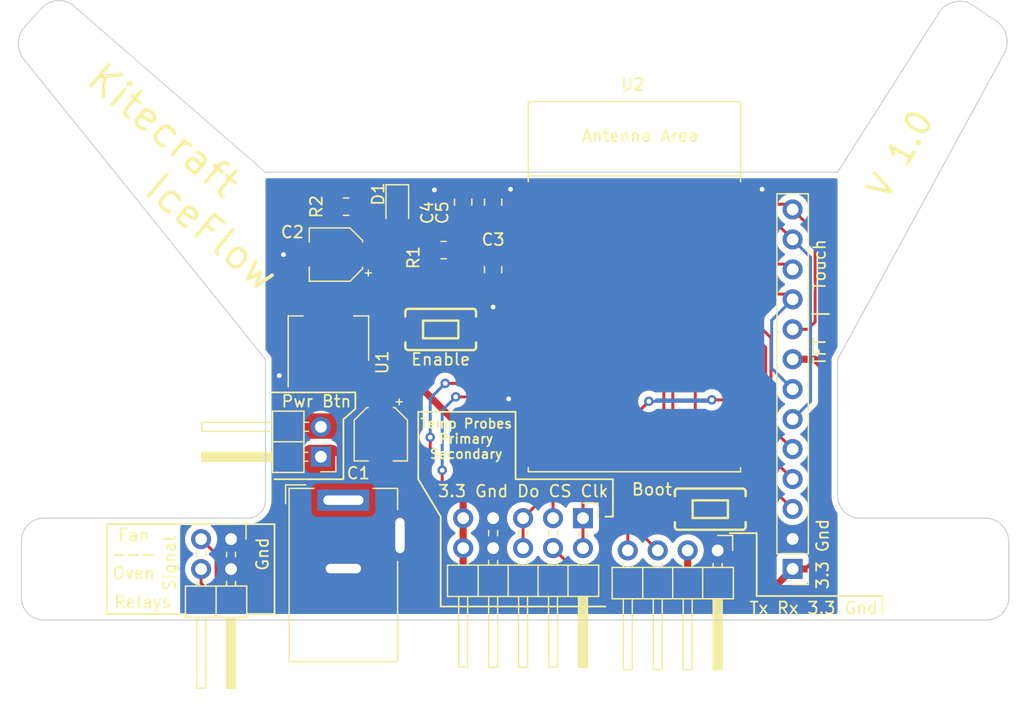
<source format=kicad_pcb>
(kicad_pcb (version 20211014) (generator pcbnew)
  (layers (0 "F.Cu" signal) (31 "B.Cu" signal) (34 "B.Paste" user) (35 "F.Paste" user) (36 "B.SilkS" user "B.Silkscreen") (37 "F.SilkS" user "F.Silkscreen") (38 "B.Mask" user) (39 "F.Mask" user) (44 "Edge.Cuts" user))
  (net 0 "")
  (net 1 "/Vin")
  (net 2 "GND")
  (net 3 "+3V3")
  (net 4 "/EN")
  (net 9 "/CS")
  (net 10 "/Rst")
  (net 11 "/D{slash}C")
  (net 12 "/MOSI")
  (net 13 "/SCK")
  (net 16 "/MISO")
  (net 25 "/TFT_CS")
  (net 26 "/SSR_O")
  (net 27 "/SSR_F")
  (net 30 "/DO")
  (net 31 "/TPA_CS")
  (net 32 "/CLK")
  (net 34 "/TPB_CS")
  (net 35 "/Boot")
  (net 36 "Net-(D1-Pad2)")
  (net 37 "Net-(J1-Pad1)")
  (net 38 "Net-(U2-Pad34)")
  (net 39 "Net-(U2-Pad35)")
  (footprint "Capacitor_SMD:CP_Elec_4x5.7" (layer "F.Cu") (at 95.885 114.3 -90)
    (fp_text reference "C1" (at 3.302 1.905 180) (layer "F.SilkS"))
    (fp_text value "10 µF - 25V")
    (pad "1" smd roundrect (at -1.8 0 270) (size 2.6 1.6) (layers "F.Cu" "F.Paste" "F.Mask") (roundrect_rratio 0.15625) (net 1 "/Vin"))
    (pad "2" smd roundrect (at 1.8 0 270) (size 2.6 1.6) (layers "F.Cu" "F.Paste" "F.Mask") (roundrect_rratio 0.15625) (net 2 "GND"))
  )
  (footprint "Capacitor_SMD:C_0805_2012Metric_Pad1.18x1.45mm_HandSolder" (layer "F.Cu") (at 105.41 94.615 -90)
    (fp_text reference "C5" (at 0.889 4.318 -90) (layer "F.SilkS"))
    (fp_text value "0.1 µF")
    (pad "1" smd roundrect (at -1.0375 0 270) (size 1.175 1.45) (layers "F.Cu" "F.Paste" "F.Mask") (roundrect_rratio 0.212766) (net 2 "GND"))
    (pad "2" smd roundrect (at 1.0375 0 270) (size 1.175 1.45) (layers "F.Cu" "F.Paste" "F.Mask") (roundrect_rratio 0.212766) (net 3 "+3V3"))
  )
  (footprint "Resistor_SMD:R_0805_2012Metric_Pad1.20x1.40mm_HandSolder" (layer "F.Cu") (at 101.219 98.679 180)
    (fp_text reference "R1" (at 2.5654 -0.635 90) (layer "F.SilkS"))
    (fp_text value "10K")
    (pad "1" smd roundrect (at -1 0 180) (size 1.2 1.4) (layers "F.Cu" "F.Paste" "F.Mask") (roundrect_rratio 0.208333) (net 4 "/EN"))
    (pad "2" smd roundrect (at 1 0 180) (size 1.2 1.4) (layers "F.Cu" "F.Paste" "F.Mask") (roundrect_rratio 0.208333) (net 3 "+3V3"))
  )
  (footprint "Connector_PinHeader_2.54mm:PinHeader_1x02_P2.54mm_Horizontal" (layer "F.Cu") (at 90.805 116.205 180)
    (fp_text reference "J8" hide)
    (fp_text value "Power_Sw")
    (pad "1" thru_hole rect (at 0 0 180) (size 1.7 1.7) (drill 1) (layers *.Cu *.Mask) (net 37 "Net-(J1-Pad1)"))
    (pad "2" thru_hole oval (at 0 2.54 180) (size 1.7 1.7) (drill 1) (layers *.Cu *.Mask) (net 1 "/Vin"))
  )
  (footprint "Capacitor_SMD:CP_Elec_4x5.7" (layer "F.Cu") (at 92.075 99.06 180)
    (fp_text reference "C2" (at 3.683 1.905) (layer "F.SilkS"))
    (fp_text value "10 µF - 25V")
    (pad "1" smd roundrect (at -1.8 0 180) (size 2.6 1.6) (layers "F.Cu" "F.Paste" "F.Mask") (roundrect_rratio 0.15625) (net 3 "+3V3"))
    (pad "2" smd roundrect (at 1.8 0 180) (size 2.6 1.6) (layers "F.Cu" "F.Paste" "F.Mask") (roundrect_rratio 0.15625) (net 2 "GND"))
  )
  (footprint "Kitecraft_Buttons:TACTILE_SWITCH_SMD_6.0X3.5MM" (layer "F.Cu") (at 100.965 105.41 180)
    (fp_text reference "S1" hide)
    (fp_text value "PTS636" hide)
    (pad "1" smd rect (at -3.6 0) (size 2.2 1.59766) (layers "F.Cu" "F.Paste" "F.Mask") (net 2 "GND"))
    (pad "2" smd rect (at 3.6 0) (size 2.2 1.59766) (layers "F.Cu" "F.Paste" "F.Mask") (net 4 "/EN"))
  )
  (footprint "MountingHole:MountingHole_3.2mm_M3_DIN965" (layer "F.Cu") (at 68.738 81.317)
    (fp_text reference "H1" hide)
    (fp_text value "MountingHole")
    (pad "" np_thru_hole circle (at 0 0) (size 3.2 3.2) (drill 3.2) (layers *.Cu *.Mask))
  )
  (footprint "Capacitor_SMD:C_0805_2012Metric_Pad1.18x1.45mm_HandSolder" (layer "F.Cu") (at 102.87 94.615 -90)
    (fp_text reference "C4" (at 0.889 3.048 -90) (layer "F.SilkS"))
    (fp_text value "22 µF")
    (pad "1" smd roundrect (at -1.0375 0 270) (size 1.175 1.45) (layers "F.Cu" "F.Paste" "F.Mask") (roundrect_rratio 0.212766) (net 2 "GND"))
    (pad "2" smd roundrect (at 1.0375 0 270) (size 1.175 1.45) (layers "F.Cu" "F.Paste" "F.Mask") (roundrect_rratio 0.212766) (net 3 "+3V3"))
  )
  (footprint "Kitecraft_Buttons:TACTILE_SWITCH_SMD_6.0X3.5MM" (layer "F.Cu") (at 123.825 120.65 180)
    (fp_text reference "S2" hide)
    (fp_text value "PTS636" hide)
    (pad "1" smd rect (at -3.6 0) (size 2.2 1.59766) (layers "F.Cu" "F.Paste" "F.Mask") (net 2 "GND"))
    (pad "2" smd rect (at 3.6 0) (size 2.2 1.59766) (layers "F.Cu" "F.Paste" "F.Mask") (net 35 "/Boot"))
  )
  (footprint "Connector_PinHeader_2.54mm:PinHeader_2x05_P2.54mm_Horizontal" (layer "F.Cu") (at 113.03 121.412 -90)
    (fp_text reference "J6" hide)
    (fp_text value "Conn_02x05_Odd_Even")
    (pad "1" thru_hole rect (at 0 0 270) (size 1.7 1.7) (drill 1) (layers *.Cu *.Mask) (net 32 "/CLK"))
    (pad "2" thru_hole oval (at 2.54 0 270) (size 1.7 1.7) (drill 1) (layers *.Cu *.Mask) (net 32 "/CLK"))
    (pad "3" thru_hole oval (at 0 2.54 270) (size 1.7 1.7) (drill 1) (layers *.Cu *.Mask) (net 34 "/TPB_CS"))
    (pad "4" thru_hole oval (at 2.54 2.54 270) (size 1.7 1.7) (drill 1) (layers *.Cu *.Mask) (net 31 "/TPA_CS"))
    (pad "5" thru_hole oval (at 0 5.08 270) (size 1.7 1.7) (drill 1) (layers *.Cu *.Mask) (net 30 "/DO"))
    (pad "6" thru_hole oval (at 2.54 5.08 270) (size 1.7 1.7) (drill 1) (layers *.Cu *.Mask) (net 30 "/DO"))
    (pad "7" thru_hole oval (at 0 7.62 270) (size 1.7 1.7) (drill 1) (layers *.Cu *.Mask) (net 2 "GND"))
    (pad "8" thru_hole oval (at 2.54 7.62 270) (size 1.7 1.7) (drill 1) (layers *.Cu *.Mask) (net 2 "GND"))
    (pad "9" thru_hole oval (at 0 10.16 270) (size 1.7 1.7) (drill 1) (layers *.Cu *.Mask) (net 3 "+3V3"))
    (pad "10" thru_hole oval (at 2.54 10.16 270) (size 1.7 1.7) (drill 1) (layers *.Cu *.Mask) (net 3 "+3V3"))
  )
  (footprint "MountingHole:MountingHole_3.2mm_M3_DIN965" (layer "F.Cu") (at 68.738 124.714)
    (fp_text reference "H2" hide)
    (fp_text value "MountingHole")
    (pad "" np_thru_hole circle (at 0 0) (size 3.2 3.2) (drill 3.2) (layers *.Cu *.Mask))
  )
  (footprint "Capacitor_SMD:C_0805_2012Metric_Pad1.18x1.45mm_HandSolder" (layer "F.Cu") (at 105.41 100.33 90)
    (fp_text reference "C3" (at 2.54 0 180) (layer "F.SilkS"))
    (fp_text value "1 µF")
    (pad "1" smd roundrect (at -1.0375 0 90) (size 1.175 1.45) (layers "F.Cu" "F.Paste" "F.Mask") (roundrect_rratio 0.212766) (net 2 "GND"))
    (pad "2" smd roundrect (at 1.0375 0 90) (size 1.175 1.45) (layers "F.Cu" "F.Paste" "F.Mask") (roundrect_rratio 0.212766) (net 4 "/EN"))
  )
  (footprint "Resistor_SMD:R_0805_2012Metric_Pad1.20x1.40mm_HandSolder" (layer "F.Cu") (at 92.948 94.996)
    (fp_text reference "R2" (at -2.524 0 90) (layer "F.SilkS"))
    (fp_text value "64.9R")
    (pad "1" smd roundrect (at -1 0) (size 1.2 1.4) (layers "F.Cu" "F.Paste" "F.Mask") (roundrect_rratio 0.208333) (net 3 "+3V3"))
    (pad "2" smd roundrect (at 1 0) (size 1.2 1.4) (layers "F.Cu" "F.Paste" "F.Mask") (roundrect_rratio 0.208333) (net 36 "Net-(D1-Pad2)"))
  )
  (footprint "MountingHole:MountingHole_3.2mm_M3_DIN965" (layer "F.Cu") (at 145.288 124.714)
    (fp_text reference "H4" hide)
    (fp_text value "MountingHole")
    (pad "" np_thru_hole circle (at 0 0) (size 3.2 3.2) (drill 3.2) (layers *.Cu *.Mask))
  )
  (footprint "Connector_PinHeader_2.54mm:PinHeader_1x04_P2.54mm_Horizontal" (layer "F.Cu") (at 124.45 124.149 -90)
    (fp_text reference "J2" hide)
    (fp_text value "Conn_01x04")
    (pad "1" thru_hole rect (at 0 0 270) (size 1.7 1.7) (drill 1) (layers *.Cu *.Mask) (net 2 "GND"))
    (pad "2" thru_hole oval (at 0 2.54 270) (size 1.7 1.7) (drill 1) (layers *.Cu *.Mask) (net 3 "+3V3"))
    (pad "3" thru_hole oval (at 0 5.08 270) (size 1.7 1.7) (drill 1) (layers *.Cu *.Mask) (net 38 "Net-(U2-Pad34)"))
    (pad "4" thru_hole oval (at 0 7.62 270) (size 1.7 1.7) (drill 1) (layers *.Cu *.Mask) (net 39 "Net-(U2-Pad35)"))
  )
  (footprint "Package_TO_SOT_SMD:SOT-223-3_TabPin2" (layer "F.Cu") (at 91.44 106.172 90)
    (fp_text reference "U1" (at -2.032 4.572 90) (layer "F.SilkS"))
    (fp_text value "NCP1117-3.3_SOT223")
    (pad "1" smd rect (at -3.15 -2.3 90) (size 2 1.5) (layers "F.Cu" "F.Paste" "F.Mask") (net 2 "GND"))
    (pad "2" smd rect (at 3.15 0 90) (size 2 3.8) (layers "F.Cu" "F.Paste" "F.Mask") (net 3 "+3V3"))
    (pad "2" smd rect (at -3.15 0 90) (size 2 1.5) (layers "F.Cu" "F.Paste" "F.Mask") (net 3 "+3V3"))
    (pad "3" smd rect (at -3.15 2.3 90) (size 2 1.5) (layers "F.Cu" "F.Paste" "F.Mask") (net 1 "/Vin"))
  )
  (footprint "Connector_PinHeader_2.54mm:PinHeader_2x02_P2.54mm_Horizontal" (layer "F.Cu") (at 83.185 123.19 -90)
    (fp_text reference "J4" hide)
    (fp_text value "Conn_02x02_Odd_Even")
    (pad "1" thru_hole rect (at 0 0 270) (size 1.7 1.7) (drill 1) (layers *.Cu *.Mask) (net 2 "GND"))
    (pad "2" thru_hole oval (at 2.54 0 270) (size 1.7 1.7) (drill 1) (layers *.Cu *.Mask) (net 2 "GND"))
    (pad "3" thru_hole oval (at 0 2.54 270) (size 1.7 1.7) (drill 1) (layers *.Cu *.Mask) (net 27 "/SSR_F"))
    (pad "4" thru_hole oval (at 2.54 2.54 270) (size 1.7 1.7) (drill 1) (layers *.Cu *.Mask) (net 26 "/SSR_O"))
  )
  (footprint "Kitecraft_Barrel_Jacks:BarrelJack_Wuerth_6941xx301002" (layer "F.Cu") (at 92.71 119.888)
    (fp_text reference "J1" hide)
    (fp_text value "Barrel_Jack_Switch")
    (pad "1" thru_hole rect (at 0 0) (size 4.4 1.8) (drill oval 3.4 0.8) (layers *.Cu *.Mask) (net 37 "Net-(J1-Pad1)"))
    (pad "2" thru_hole oval (at 0 5.8) (size 4 1.8) (drill oval 3 0.8) (layers *.Cu *.Mask) (net 2 "GND"))
    (pad "3" thru_hole oval (at 4.8 3 90) (size 4 1.8) (drill oval 3 0.8) (layers *.Cu *.Mask) (net 2 "GND"))
  )
  (footprint "Connector_PinHeader_2.54mm:PinHeader_1x13_P2.54mm_Vertical" (layer "F.Cu") (at 130.81 125.715 180)
    (fp_text reference "J3" hide)
    (fp_text value "TFT_Display_wTouch")
    (pad "1" thru_hole rect (at 0 0 180) (size 1.7 1.7) (drill 1) (layers *.Cu *.Mask) (net 3 "+3V3"))
    (pad "2" thru_hole oval (at 0 2.54 180) (size 1.7 1.7) (drill 1) (layers *.Cu *.Mask) (net 2 "GND"))
    (pad "3" thru_hole oval (at 0 5.08 180) (size 1.7 1.7) (drill 1) (layers *.Cu *.Mask) (net 9 "/CS"))
    (pad "4" thru_hole oval (at 0 7.62 180) (size 1.7 1.7) (drill 1) (layers *.Cu *.Mask) (net 10 "/Rst"))
    (pad "5" thru_hole oval (at 0 10.16 180) (size 1.7 1.7) (drill 1) (layers *.Cu *.Mask) (net 11 "/D{slash}C"))
    (pad "6" thru_hole oval (at 0 12.7 180) (size 1.7 1.7) (drill 1) (layers *.Cu *.Mask) (net 12 "/MOSI"))
    (pad "7" thru_hole oval (at 0 15.24 180) (size 1.7 1.7) (drill 1) (layers *.Cu *.Mask) (net 13 "/SCK"))
    (pad "8" thru_hole oval (at 0 17.78 180) (size 1.7 1.7) (drill 1) (layers *.Cu *.Mask) (net 3 "+3V3"))
    (pad "9" thru_hole oval (at 0 20.32 180) (size 1.7 1.7) (drill 1) (layers *.Cu *.Mask) (net 16 "/MISO"))
    (pad "10" thru_hole oval (at 0 22.86 180) (size 1.7 1.7) (drill 1) (layers *.Cu *.Mask) (net 13 "/SCK"))
    (pad "11" thru_hole oval (at 0 25.4 180) (size 1.7 1.7) (drill 1) (layers *.Cu *.Mask) (net 25 "/TFT_CS"))
    (pad "12" thru_hole oval (at 0 27.94 180) (size 1.7 1.7) (drill 1) (layers *.Cu *.Mask) (net 12 "/MOSI"))
    (pad "13" thru_hole oval (at 0 30.48 180) (size 1.7 1.7) (drill 1) (layers *.Cu *.Mask) (net 16 "/MISO"))
  )
  (footprint "LED_SMD:LED_0805_2012Metric_Pad1.15x1.40mm_HandSolder" (layer "F.Cu") (at 97.282 94.996 -90)
    (fp_text reference "D1" (at -1.0668 1.6256 -90) (layer "F.SilkS"))
    (fp_text value "LED")
    (pad "1" smd roundrect (at -1.025 0 270) (size 1.15 1.4) (layers "F.Cu" "F.Paste" "F.Mask") (roundrect_rratio 0.217391) (net 2 "GND"))
    (pad "2" smd roundrect (at 1.025 0 270) (size 1.15 1.4) (layers "F.Cu" "F.Paste" "F.Mask") (roundrect_rratio 0.217391) (net 36 "Net-(D1-Pad2)"))
  )
  (footprint "Kitecraft_Boards:ESP32-WROVER-E_No_Thermals" (layer "F.Cu") (at 117.391 101.774)
    (fp_text reference "U2" (at -0.14 -17.145) (layer "F.SilkS"))
    (fp_text value "ESP32-WROVER-E")
    (fp_text user "Antenna Area" (at 0.5 -12.795 unlocked) (layer "F.SilkS"))
    (pad "1" smd rect (at -8.75 -8.255) (size 1.5 0.9) (layers "F.Cu" "F.Paste" "F.Mask") (net 2 "GND"))
    (pad "2" smd rect (at -8.75 -6.985) (size 1.5 0.9) (layers "F.Cu" "F.Paste" "F.Mask") (net 3 "+3V3"))
    (pad "3" smd rect (at -8.75 -5.715) (size 1.5 0.9) (layers "F.Cu" "F.Paste" "F.Mask") (net 4 "/EN"))
    (pad "4" smd rect (at -8.75 -4.445) (size 1.5 0.9) (layers "F.Cu" "F.Paste" "F.Mask"))
    (pad "5" smd rect (at -8.75 -3.175) (size 1.5 0.9) (layers "F.Cu" "F.Paste" "F.Mask"))
    (pad "6" smd rect (at -8.75 -1.905) (size 1.5 0.9) (layers "F.Cu" "F.Paste" "F.Mask"))
    (pad "7" smd rect (at -8.75 -0.635) (size 1.5 0.9) (layers "F.Cu" "F.Paste" "F.Mask"))
    (pad "8" smd rect (at -8.75 0.635) (size 1.5 0.9) (layers "F.Cu" "F.Paste" "F.Mask") (net 27 "/SSR_F"))
    (pad "9" smd rect (at -8.75 1.905) (size 1.5 0.9) (layers "F.Cu" "F.Paste" "F.Mask") (net 26 "/SSR_O"))
    (pad "10" smd rect (at -8.75 3.175) (size 1.5 0.9) (layers "F.Cu" "F.Paste" "F.Mask") (net 32 "/CLK"))
    (pad "11" smd rect (at -8.75 4.445) (size 1.5 0.9) (layers "F.Cu" "F.Paste" "F.Mask") (net 34 "/TPB_CS"))
    (pad "12" smd rect (at -8.75 5.715) (size 1.5 0.9) (layers "F.Cu" "F.Paste" "F.Mask") (net 30 "/DO"))
    (pad "13" smd rect (at -8.75 6.985) (size 1.5 0.9) (layers "F.Cu" "F.Paste" "F.Mask"))
    (pad "14" smd rect (at -8.75 8.255) (size 1.5 0.9) (layers "F.Cu" "F.Paste" "F.Mask"))
    (pad "15" smd rect (at -8.75 9.525) (size 1.5 0.9) (layers "F.Cu" "F.Paste" "F.Mask") (net 2 "GND"))
    (pad "16" smd rect (at -8.75 10.795) (size 1.5 0.9) (layers "F.Cu" "F.Paste" "F.Mask"))
    (pad "17" smd rect (at -8.75 12.065) (size 1.5 0.9) (layers "F.Cu" "F.Paste" "F.Mask"))
    (pad "18" smd rect (at -8.75 13.335) (size 1.5 0.9) (layers "F.Cu" "F.Paste" "F.Mask"))
    (pad "19" smd rect (at -8.75 14.605) (size 1.5 0.9) (layers "F.Cu" "F.Paste" "F.Mask"))
    (pad "20" smd rect (at 8.75 14.605) (size 1.5 0.9) (layers "F.Cu" "F.Paste" "F.Mask"))
    (pad "21" smd rect (at 8.75 13.335) (size 1.5 0.9) (layers "F.Cu" "F.Paste" "F.Mask"))
    (pad "22" smd rect (at 8.75 12.065) (size 1.5 0.9) (layers "F.Cu" "F.Paste" "F.Mask"))
    (pad "23" smd rect (at 8.75 10.795) (size 1.5 0.9) (layers "F.Cu" "F.Paste" "F.Mask"))
    (pad "24" smd rect (at 8.75 9.525) (size 1.5 0.9) (layers "F.Cu" "F.Paste" "F.Mask") (net 31 "/TPA_CS"))
    (pad "25" smd rect (at 8.75 8.255) (size 1.5 0.9) (layers "F.Cu" "F.Paste" "F.Mask") (net 35 "/Boot"))
    (pad "26" smd rect (at 8.75 6.985) (size 1.5 0.9) (layers "F.Cu" "F.Paste" "F.Mask") (net 9 "/CS"))
    (pad "27" smd rect (at 8.75 5.715) (size 1.5 0.9) (layers "F.Cu" "F.Paste" "F.Mask"))
    (pad "28" smd rect (at 8.75 4.445) (size 1.5 0.9) (layers "F.Cu" "F.Paste" "F.Mask"))
    (pad "29" smd rect (at 8.75 3.175) (size 1.5 0.9) (layers "F.Cu" "F.Paste" "F.Mask") (net 10 "/Rst"))
    (pad "30" smd rect (at 8.75 1.905) (size 1.5 0.9) (layers "F.Cu" "F.Paste" "F.Mask") (net 11 "/D{slash}C"))
    (pad "31" smd rect (at 8.75 0.635) (size 1.5 0.9) (layers "F.Cu" "F.Paste" "F.Mask") (net 13 "/SCK"))
    (pad "32" smd rect (at 8.75 -0.635) (size 1.5 0.9) (layers "F.Cu" "F.Paste" "F.Mask"))
    (pad "33" smd rect (at 8.75 -1.905) (size 1.5 0.9) (layers "F.Cu" "F.Paste" "F.Mask") (net 25 "/TFT_CS"))
    (pad "34" smd rect (at 8.75 -3.175) (size 1.5 0.9) (layers "F.Cu" "F.Paste" "F.Mask") (net 38 "Net-(U2-Pad34)"))
    (pad "35" smd rect (at 8.75 -4.445) (size 1.5 0.9) (layers "F.Cu" "F.Paste" "F.Mask") (net 39 "Net-(U2-Pad35)"))
    (pad "36" smd rect (at 8.75 -5.715) (size 1.5 0.9) (layers "F.Cu" "F.Paste" "F.Mask") (net 12 "/MOSI"))
    (pad "37" smd rect (at 8.75 -6.985) (size 1.5 0.9) (layers "F.Cu" "F.Paste" "F.Mask") (net 16 "/MISO"))
    (pad "38" smd rect (at 8.75 -8.255) (size 1.5 0.9) (layers "F.Cu" "F.Paste" "F.Mask") (net 2 "GND"))
  )
  (footprint "MountingHole:MountingHole_3.2mm_M3_DIN965" (layer "F.Cu") (at 145.288 81.314)
    (fp_text reference "H3" hide)
    (fp_text value "MountingHole")
    (pad "" np_thru_hole circle (at 0 0) (size 3.2 3.2) (drill 3.2) (layers *.Cu *.Mask))
  )
  (gr_line (start 86.868 121.92) (end 86.868 129.54) (layer "F.SilkS") (width 0.15))
  (gr_line (start 138.43 128.016) (end 138.43 129.54) (layer "F.SilkS") (width 0.15))
  (gr_line (start 93.726 110.744) (end 93.726 112.141) (layer "F.SilkS") (width 0.15))
  (gr_line (start 100.965 121.285) (end 100.965 128.905) (layer "F.SilkS") (width 0.15))
  (gr_line (start 86.868 129.54) (end 84.515 129.54) (layer "F.SilkS") (width 0.15))
  (gr_line (start 127.762 122.682) (end 125.476 122.682) (layer "F.SilkS") (width 0.15))
  (gr_line (start 92.71 118.11) (end 86.868 118.11) (layer "F.SilkS") (width 0.15))
  (gr_line (start 99.06 112.395) (end 99.06 118.11) (layer "F.SilkS") (width 0.15))
  (gr_line (start 93.726 112.141) (end 92.71 113.03) (layer "F.SilkS") (width 0.15))
  (gr_line (start 92.71 113.03) (end 92.71 118.11) (layer "F.SilkS") (width 0.15))
  (gr_line (start 115.57 120.015) (end 115.57 121.285) (layer "F.SilkS") (width 0.15))
  (gr_line (start 107.315 118.11) (end 115.57 118.11) (layer "F.SilkS") (width 0.15))
  (gr_line (start 115.57 118.11) (end 115.57 120.015) (layer "F.SilkS") (width 0.15))
  (gr_line (start 107.315 112.395) (end 107.315 118.11) (layer "F.SilkS") (width 0.15))
  (gr_line (start 100.965 128.905) (end 114.935 128.905) (layer "F.SilkS") (width 0.15))
  (gr_line (start 84.455 121.92) (end 86.868 121.92) (layer "F.SilkS") (width 0.15))
  (gr_line (start 72.644 129.54) (end 79.248 129.54) (layer "F.SilkS") (width 0.15))
  (gr_line (start 72.644 121.92) (end 72.644 129.54) (layer "F.SilkS") (width 0.15))
  (gr_line (start 83.185 121.92) (end 72.644 121.92) (layer "F.SilkS") (width 0.15))
  (gr_line (start 99.06 118.11) (end 100.965 121.285) (layer "F.SilkS") (width 0.15))
  (gr_line (start 86.487 110.744) (end 93.726 110.744) (layer "F.SilkS") (width 0.15))
  (gr_line (start 115.57 121.285) (end 114.935 121.285) (layer "F.SilkS") (width 0.15))
  (gr_line (start 127.762 128.016) (end 127.762 122.682) (layer "F.SilkS") (width 0.15))
  (gr_line (start 99.06 112.395) (end 107.315 112.395) (layer "F.SilkS") (width 0.15))
  (gr_line (start 138.43 128.016) (end 127.762 128.016) (layer "F.SilkS") (width 0.15))
  (gr_arc (start 86.106 119.888) (mid 85.659631 120.965631) (end 84.582 121.412) (layer "Edge.Cuts") (width 0.1))
  (gr_line (start 136.525 121.412) (end 147.242962 121.412) (layer "Edge.Cuts") (width 0.1))
  (gr_line (start 65.55799 82.423) (end 86.106 107.95) (layer "Edge.Cuts") (width 0.1))
  (gr_arc (start 65.55799 82.423) (mid 65.150999 81.153) (end 65.55799 79.883) (layer "Edge.Cuts") (width 0.1))
  (gr_arc (start 149.147962 128.143) (mid 148.59 129.490038) (end 147.242962 130.048) (layer "Edge.Cuts") (width 0.1))
  (gr_line (start 145.796 77.724) (end 148.082 79.248) (layer "Edge.Cuts") (width 0.1))
  (gr_line (start 84.582 121.412) (end 67.31 121.412) (layer "Edge.Cuts") (width 0.1))
  (gr_arc (start 136.525 121.412) (mid 135.177962 120.854038) (end 134.62 119.507) (layer "Edge.Cuts") (width 0.1))
  (gr_line (start 86.106 119.888) (end 86.106 107.95) (layer "Edge.Cuts") (width 0.1))
  (gr_line (start 134.62 92.075) (end 143.256 78.486) (layer "Edge.Cuts") (width 0.1))
  (gr_line (start 147.242962 130.048) (end 67.31 130.048) (layer "Edge.Cuts") (width 0.1))
  (gr_arc (start 67.056 78.232) (mid 68.400395 77.526344) (end 69.85 77.978) (layer "Edge.Cuts") (width 0.1))
  (gr_line (start 86.106 92.075) (end 69.85 77.978) (layer "Edge.Cuts") (width 0.1))
  (gr_arc (start 143.256001 78.486) (mid 144.395692 77.670639) (end 145.796 77.724) (layer "Edge.Cuts") (width 0.1))
  (gr_line (start 149.147962 123.444) (end 149.147962 128.143) (layer "Edge.Cuts") (width 0.1))
  (gr_arc (start 148.082 79.248001) (mid 148.967261 80.66679) (end 148.589999 82.296) (layer "Edge.Cuts") (width 0.1))
  (gr_line (start 67.056 78.232) (end 65.55799 79.883) (layer "Edge.Cuts") (width 0.1))
  (gr_arc (start 65.405 123.317) (mid 65.962962 121.969962) (end 67.31 121.412) (layer "Edge.Cuts") (width 0.1))
  (gr_line (start 65.405 123.317) (end 65.405 128.143) (layer "Edge.Cuts") (width 0.1))
  (gr_line (start 134.62 107.95) (end 134.62 119.507) (layer "Edge.Cuts") (width 0.1))
  (gr_line (start 148.59 82.296) (end 134.62 107.95) (layer "Edge.Cuts") (width 0.1))
  (gr_arc (start 147.242962 121.412) (mid 148.597236 122.051337) (end 149.147962 123.444) (layer "Edge.Cuts") (width 0.1))
  (gr_arc (start 67.31 130.048) (mid 65.962962 129.490038) (end 65.405 128.143) (layer "Edge.Cuts") (width 0.1))
  (gr_line (start 86.106 92.075) (end 134.62 92.075) (layer "Edge.Cuts") (width 0.1))
  (gr_text "3.3 Gnd" (at 133.35 124.46 90) (layer "F.SilkS") (effects (font (size 1 1))))
  (gr_text "Pwr Btn" (at 90.424 111.506) (layer "F.SilkS") (effects (font (size 1 1))))
  (gr_text "Signal" (at 77.978 125.222 90) (layer "F.SilkS") (effects (font (size 1 1))))
  (gr_text "Boot" (at 118.872 118.973591) (layer "F.SilkS") (effects (font (size 1 1))))
  (gr_text "3.3 Gnd Do CS Clk" (at 107.95 119.126) (layer "F.SilkS") (effects (font (size 1 1))))
  (gr_text "Kitecraft" (at 77.47 88.519 -40) (layer "F.SilkS") (effects (font (size 2.4 2.4) (thickness 0.3))))
  (gr_text "Relays" (at 75.692 128.524) (layer "F.SilkS") (effects (font (size 1 1))))
  (gr_text "Temp Probes\nPrimary\nSecondary" (at 103.124 114.681) (layer "F.SilkS") (effects (font (size 0.8 0.8))))
  (gr_text "IceFlow" (at 81.534 97.155 -40) (layer "F.SilkS") (effects (font (size 2.4 2.4) (thickness 0.3))))
  (gr_text "Tx Rx 3.3 Gnd" (at 132.588 129.032) (layer "F.SilkS") (effects (font (size 1 1))))
  (gr_text "Gnd" (at 85.852 124.46 90) (layer "F.SilkS") (effects (font (size 1 1))))
  (gr_text "V 1.0" (at 139.954 90.551 60) (layer "F.SilkS") (effects (font (size 2 2) (thickness 0.3))))
  (gr_text "Fan\n---\nOven" (at 74.93 124.46) (layer "F.SilkS") (effects (font (size 1 1))))
  (gr_text "TFT  |  Touch" (at 133.096 103.124 90) (layer "F.SilkS") (effects (font (size 1 1))))
  (gr_text "Enable" (at 100.965 107.95) (layer "F.SilkS") (effects (font (size 1 1))))
  (segment (start 89.14 109.322) (end 87.274 109.322) (width 0.6) (layer "F.Cu") (net 2))
  (segment (start 108.641 111.299) (end 106.727 111.299) (width 0.25) (layer "F.Cu") (net 2))
  (segment (start 105.41 103.676) (end 104.946 104.14) (width 0.6) (layer "F.Cu") (net 2))
  (segment (start 129.95 123.175) (end 127.425 120.65) (width 0.6) (layer "F.Cu") (net 2))
  (segment (start 105.41 93.5775) (end 102.87 93.5775) (width 0.25) (layer "F.Cu") (net 2))
  (segment (start 90.275 99.06) (end 87.63 99.06) (width 0.6) (layer "F.Cu") (net 2))
  (segment (start 105.4685 93.519) (end 105.41 93.5775) (width 0.25) (layer "F.Cu") (net 2))
  (segment (start 105.41 101.3675) (end 105.41 103.676) (width 0.6) (layer "F.Cu") (net 2))
  (segment (start 106.887 93.519) (end 105.4685 93.519) (width 0.25) (layer "F.Cu") (net 2))
  (segment (start 97.282 93.971) (end 100.042 93.971) (width 0.25) (layer "F.Cu") (net 2))
  (segment (start 104.946 104.14) (end 104.946 105.029) (width 0.6) (layer "F.Cu") (net 2))
  (segment (start 126.141 93.519) (end 128.223 93.519) (width 0.25) (layer "F.Cu") (net 2))
  (segment (start 104.946 105.029) (end 104.565 105.41) (width 0.6) (layer "F.Cu") (net 2))
  (segment (start 108.641 93.519) (end 106.887 93.519) (width 0.25) (layer "F.Cu") (net 2))
  (segment (start 100.042 93.971) (end 100.4355 93.5775) (width 0.25) (layer "F.Cu") (net 2))
  (segment (start 102.87 93.5775) (end 100.4355 93.5775) (width 0.25) (layer "F.Cu") (net 2))
  (segment (start 130.81 123.175) (end 129.95 123.175) (width 0.6) (layer "F.Cu") (net 2))
  (via (at 100.4355 93.5775) (size 0.8) (drill 0.4) (layers "F.Cu" "B.Cu") (net 2))
  (via (at 128.223 93.519) (size 0.8) (drill 0.4) (layers "F.Cu" "B.Cu") (net 2))
  (via (at 106.727 111.299) (size 0.8) (drill 0.4) (layers "F.Cu" "B.Cu") (net 2))
  (via (at 106.887 93.519) (size 0.8) (drill 0.4) (layers "F.Cu" "B.Cu") (net 2))
  (via (at 87.63 99.06) (size 0.8) (drill 0.4) (layers "F.Cu" "B.Cu") (net 2))
  (via (at 87.274 109.322) (size 0.8) (drill 0.4) (layers "F.Cu" "B.Cu") (net 2))
  (via (at 105.41 103.505) (size 0.8) (drill 0.4) (layers "F.Cu" "B.Cu") (net 2))
  (segment (start 106.2735 94.789) (end 105.41 95.6525) (width 0.6) (layer "F.Cu") (net 3))
  (segment (start 93.875 100.587) (end 91.44 103.022) (width 0.6) (layer "F.Cu") (net 3))
  (segment (start 108.641 94.789) (end 106.2735 94.789) (width 0.6) (layer "F.Cu") (net 3))
  (segment (start 121.92 127.635) (end 104.775 127.635) (width 0.6) (layer "F.Cu") (net 3))
  (segment (start 91.44 103.022) (end 91.44 109.322) (width 0.6) (layer "F.Cu") (net 3))
  (segment (start 93.875 98.066) (end 91.948 96.139) (width 0.6) (layer "F.Cu") (net 3))
  (segment (start 133.35 124.46) (end 132.095 125.715) (width 0.6) (layer "F.Cu") (net 3))
  (segment (start 121.91 127.625) (end 121.91 124.149) (width 0.6) (layer "F.Cu") (net 3))
  (segment (start 132.095 125.715) (end 130.81 125.715) (width 0.6) (layer "F.Cu") (net 3))
  (segment (start 104.775 127.635) (end 102.87 125.73) (width 0.6) (layer "F.Cu") (net 3))
  (segment (start 132.7 107.935) (end 133.35 108.585) (width 0.6) (layer "F.Cu") (net 3))
  (segment (start 128.89 127.635) (end 130.81 125.715) (width 0.6) (layer "F.Cu") (net 3))
  (segment (start 93.875 99.06) (end 93.875 98.066) (width 0.6) (layer "F.Cu") (net 3))
  (segment (start 102.87 121.412) (end 102.87 113.919) (width 0.6) (layer "F.Cu") (net 3))
  (segment (start 102.87 113.919) (end 95.377 106.426) (width 0.6) (layer "F.Cu") (net 3))
  (segment (start 95.377 106.426) (end 95.377 99.06) (width 0.6) (layer "F.Cu") (net 3))
  (segment (start 91.948 96.139) (end 91.948 94.996) (width 0.6) (layer "F.Cu") (net 3))
  (segment (start 102.87 123.952) (end 102.87 121.412) (width 0.6) (layer "F.Cu") (net 3))
  (segment (start 130.81 107.935) (end 132.7 107.935) (width 0.6) (layer "F.Cu") (net 3))
  (segment (start 102.87 125.73) (end 102.87 123.952) (width 0.6) (layer "F.Cu") (net 3))
  (segment (start 123.19 127.635) (end 128.89 127.635) (width 0.6) (layer "F.Cu") (net 3))
  (segment (start 133.35 108.585) (end 133.35 124.46) (width 0.6) (layer "F.Cu") (net 3))
  (segment (start 93.875 99.06) (end 93.875 100.587) (width 0.6) (layer "F.Cu") (net 3))
  (segment (start 121.92 127.635) (end 123.19 127.635) (width 0.6) (layer "F.Cu") (net 3))
  (segment (start 95.377 99.06) (end 93.875 99.06) (width 0.6) (layer "F.Cu") (net 3))
  (segment (start 97.746 104.14) (end 97.746 105.029) (width 0.25) (layer "F.Cu") (net 4))
  (segment (start 107.776 96.059) (end 108.641 96.059) (width 0.25) (layer "F.Cu") (net 4))
  (segment (start 102.219 99.667) (end 102.219 98.679) (width 0.25) (layer "F.Cu") (net 4))
  (segment (start 105.41 98.425) (end 107.776 96.059) (width 0.25) (layer "F.Cu") (net 4))
  (segment (start 104.7965 98.679) (end 105.41 99.2925) (width 0.25) (layer "F.Cu") (net 4))
  (segment (start 102.219 98.679) (end 104.7965 98.679) (width 0.25) (layer "F.Cu") (net 4))
  (segment (start 105.41 99.2925) (end 105.41 98.425) (width 0.25) (layer "F.Cu") (net 4))
  (segment (start 97.746 105.029) (end 97.365 105.41) (width 0.25) (layer "F.Cu") (net 4))
  (segment (start 97.746 104.14) (end 102.219 99.667) (width 0.25) (layer "F.Cu") (net 4))
  (segment (start 126.793 108.759) (end 128.016 109.982) (width 0.25) (layer "F.Cu") (net 9))
  (segment (start 128.016 109.982) (end 128.016 117.841) (width 0.25) (layer "F.Cu") (net 9))
  (segment (start 126.141 108.759) (end 126.793 108.759) (width 0.25) (layer "F.Cu") (net 9))
  (segment (start 128.016 117.841) (end 130.81 120.635) (width 0.25) (layer "F.Cu") (net 9))
  (segment (start 126.141 104.949) (end 126.539 104.949) (width 0.25) (layer "F.Cu") (net 10))
  (segment (start 126.539 104.949) (end 128.524 106.934) (width 0.25) (layer "F.Cu") (net 10))
  (segment (start 128.524 106.934) (end 128.524 115.809) (width 0.25) (layer "F.Cu") (net 10))
  (segment (start 128.524 115.809) (end 130.81 118.095) (width 0.25) (layer "F.Cu") (net 10))
  (segment (start 126.539 103.679) (end 128.97352 106.11352) (width 0.25) (layer "F.Cu") (net 11))
  (segment (start 126.141 103.679) (end 126.539 103.679) (width 0.25) (layer "F.Cu") (net 11))
  (segment (start 128.97352 113.71852) (end 130.81 115.555) (width 0.25) (layer "F.Cu") (net 11))
  (segment (start 128.97352 106.11352) (end 128.97352 113.71852) (width 0.25) (layer "F.Cu") (net 11))
  (segment (start 126.141 96.059) (end 129.094 96.059) (width 0.25) (layer "F.Cu") (net 12))
  (segment (start 129.094 96.059) (end 130.81 97.775) (width 0.25) (layer "F.Cu") (net 12))
  (segment (start 132.334 111.491) (end 130.81 113.015) (width 0.25) (layer "B.Cu") (net 12))
  (segment (start 130.81 97.775) (end 132.334 99.299) (width 0.25) (layer "B.Cu") (net 12))
  (segment (start 132.334 99.299) (end 132.334 111.491) (width 0.25) (layer "B.Cu") (net 12))
  (segment (start 126.141 102.409) (end 130.364 102.409) (width 0.25) (layer "F.Cu") (net 13))
  (segment (start 130.364 102.409) (end 130.81 102.855) (width 0.25) (layer "F.Cu") (net 13))
  (segment (start 129.032 108.697) (end 130.81 110.475) (width 0.25) (layer "B.Cu") (net 13))
  (segment (start 130.81 102.855) (end 129.032 104.633) (width 0.25) (layer "B.Cu") (net 13))
  (segment (start 129.032 104.633) (end 129.032 108.697) (width 0.25) (layer "B.Cu") (net 13))
  (segment (start 132.715 97.14) (end 130.81 95.235) (width 0.25) (layer "F.Cu") (net 16))
  (segment (start 132.095 105.395) (end 132.715 104.775) (width 0.25) (layer "F.Cu") (net 16))
  (segment (start 132.715 104.775) (end 132.715 97.14) (width 0.25) (layer "F.Cu") (net 16))
  (segment (start 130.364 94.789) (end 130.81 95.235) (width 0.25) (layer "F.Cu") (net 16))
  (segment (start 126.141 94.789) (end 130.364 94.789) (width 0.25) (layer "F.Cu") (net 16))
  (segment (start 130.81 105.395) (end 132.095 105.395) (width 0.25) (layer "F.Cu") (net 16))
  (segment (start 126.141 99.869) (end 130.364 99.869) (width 0.25) (layer "F.Cu") (net 25))
  (segment (start 130.364 99.869) (end 130.81 100.315) (width 0.25) (layer "F.Cu") (net 25))
  (segment (start 80.645 125.73) (end 80.645 126.932081) (width 0.25) (layer "F.Cu") (net 26))
  (segment (start 107.188 104.132) (end 107.188 107.188) (width 0.25) (layer "F.Cu") (net 26))
  (segment (start 108.641 103.679) (end 107.641 103.679) (width 0.25) (layer "F.Cu") (net 26))
  (segment (start 81.855919 128.143) (end 97.663 128.143) (width 0.25) (layer "F.Cu") (net 26))
  (segment (start 97.663 128.143) (end 100.203 125.603) (width 0.25) (layer "F.Cu") (net 26))
  (segment (start 107.641 103.679) (end 107.188 104.132) (width 0.25) (layer "F.Cu") (net 26))
  (segment (start 100.203 125.603) (end 101.092 124.714) (width 0.25) (layer "F.Cu") (net 26))
  (segment (start 103.251 111.125) (end 102.235 111.125) (width 0.25) (layer "F.Cu") (net 26))
  (segment (start 80.645 126.932081) (end 81.855919 128.143) (width 0.25) (layer "F.Cu") (net 26))
  (segment (start 101.092 124.714) (end 101.092 117.348) (width 0.25) (layer "F.Cu") (net 26))
  (segment (start 107.188 107.188) (end 103.251 111.125) (width 0.25) (layer "F.Cu") (net 26))
  (via (at 102.235 111.125) (size 0.8) (drill 0.4) (layers "F.Cu" "B.Cu") (net 26))
  (via (at 101.092 117.348) (size 0.8) (drill 0.4) (layers "F.Cu" "B.Cu") (net 26))
  (segment (start 101.092 117.348) (end 101.092 112.268) (width 0.25) (layer "B.Cu") (net 26))
  (segment (start 101.092 112.268) (end 102.235 111.125) (width 0.25) (layer "B.Cu") (net 26))
  (segment (start 107.141 102.409) (end 108.641 102.409) (width 0.25) (layer "F.Cu") (net 27))
  (segment (start 80.645 123.19) (end 81.915 124.46) (width 0.25) (layer "F.Cu") (net 27))
  (segment (start 99.314 125.349) (end 100.076 124.587) (width 0.25) (layer "F.Cu") (net 27))
  (segment (start 100.076 124.587) (end 100.076 114.554) (width 0.25) (layer "F.Cu") (net 27))
  (segment (start 106.68 102.87) (end 107.141 102.409) (width 0.25) (layer "F.Cu") (net 27))
  (segment (start 106.68 106.68) (end 103.378 109.982) (width 0.25) (layer "F.Cu") (net 27))
  (segment (start 103.378 109.982) (end 101.346 109.982) (width 0.25) (layer "F.Cu") (net 27))
  (segment (start 106.68 106.68) (end 106.68 102.87) (width 0.25) (layer "F.Cu") (net 27))
  (segment (start 81.915 126.619) (end 82.931 127.635) (width 0.25) (layer "F.Cu") (net 27))
  (segment (start 81.915 124.46) (end 81.915 126.619) (width 0.25) (layer "F.Cu") (net 27))
  (segment (start 97.028 127.635) (end 99.314 125.349) (width 0.25) (layer "F.Cu") (net 27))
  (segment (start 82.931 127.635) (end 97.028 127.635) (width 0.25) (layer "F.Cu") (net 27))
  (via (at 101.346 109.982) (size 0.8) (drill 0.4) (layers "F.Cu" "B.Cu") (net 27))
  (via (at 100.076 114.554) (size 0.8) (drill 0.4) (layers "F.Cu" "B.Cu") (net 27))
  (segment (start 100.076 111.252) (end 101.346 109.982) (width 0.25) (layer "B.Cu") (net 27))
  (segment (start 100.076 114.554) (end 100.076 111.252) (width 0.25) (layer "B.Cu") (net 27))
  (segment (start 109.394 107.489) (end 108.641 107.489) (width 0.25) (layer "F.Cu") (net 30))
  (segment (start 107.95 123.952) (end 107.95 121.412) (width 0.25) (layer "F.Cu") (net 30))
  (segment (start 110.49 118.872) (end 110.49 108.585) (width 0.25) (layer "F.Cu") (net 30))
  (segment (start 110.49 108.585) (end 109.394 107.489) (width 0.25) (layer "F.Cu") (net 30))
  (segment (start 107.95 121.412) (end 110.49 118.872) (width 0.25) (layer "F.Cu") (net 30))
  (segment (start 115.062 124.714) (end 115.062 116.84) (width 0.25) (layer "F.Cu") (net 31))
  (segment (start 123.952 111.379) (end 126.061 111.379) (width 0.25) (layer "F.Cu") (net 31))
  (segment (start 115.062 115.062) (end 118.618 111.506) (width 0.25) (layer "F.Cu") (net 31))
  (segment (start 110.49 123.952) (end 112.522 125.984) (width 0.25) (layer "F.Cu") (net 31))
  (segment (start 114.808 124.968) (end 115.062 124.714) (width 0.25) (layer "F.Cu") (net 31))
  (segment (start 113.792 125.984) (end 114.808 124.968) (width 0.25) (layer "F.Cu") (net 31))
  (segment (start 112.522 125.984) (end 113.792 125.984) (width 0.25) (layer "F.Cu") (net 31))
  (segment (start 115.062 116.84) (end 115.062 115.062) (width 0.25) (layer "F.Cu") (net 31))
  (via (at 123.952 111.379) (size 0.8) (drill 0.4) (layers "F.Cu" "B.Cu") (net 31))
  (via (at 118.618 111.506) (size 0.8) (drill 0.4) (layers "F.Cu" "B.Cu") (net 31))
  (segment (start 123.952 111.379) (end 119.253 111.379) (width 0.25) (layer "B.Cu") (net 31))
  (segment (start 123.825 111.506) (end 123.952 111.379) (width 0.25) (layer "B.Cu") (net 31))
  (segment (start 118.618 111.506) (end 123.825 111.506) (width 0.25) (layer "B.Cu") (net 31))
  (segment (start 113.03 123.952) (end 113.03 121.412) (width 0.25) (layer "F.Cu") (net 32))
  (segment (start 113.035 107.32) (end 110.664 104.949) (width 0.25) (layer "F.Cu") (net 32))
  (segment (start 110.664 104.949) (end 108.641 104.949) (width 0.25) (layer "F.Cu") (net 32))
  (segment (start 113.035 121.285) (end 113.035 107.32) (width 0.25) (layer "F.Cu") (net 32))
  (segment (start 110.029 106.219) (end 108.641 106.219) (width 0.25) (layer "F.Cu") (net 34))
  (segment (start 111.76 118.745) (end 111.76 107.95) (width 0.25) (layer "F.Cu") (net 34))
  (segment (start 110.49 121.412) (end 110.49 120.015) (width 0.25) (layer "F.Cu") (net 34))
  (segment (start 110.49 120.015) (end 111.76 118.745) (width 0.25) (layer "F.Cu") (net 34))
  (segment (start 111.76 107.95) (end 110.029 106.219) (width 0.25) (layer "F.Cu") (net 34))
  (segment (start 123.016 110.029) (end 126.141 110.029) (width 0.25) (layer "F.Cu") (net 35))
  (segment (start 122.555 110.49) (end 123.016 110.029) (width 0.25) (layer "F.Cu") (net 35))
  (segment (start 122.555 115.57) (end 122.555 110.49) (width 0.25) (layer "F.Cu") (net 35))
  (segment (start 120.225 117.9) (end 122.555 115.57) (width 0.25) (layer "F.Cu") (net 35))
  (segment (start 120.225 120.65) (end 120.225 117.9) (width 0.25) (layer "F.Cu") (net 35))
  (segment (start 93.948 94.996) (end 94.996 94.996) (width 0.25) (layer "F.Cu") (net 36))
  (segment (start 94.996 94.996) (end 96.021 96.021) (width 0.25) (layer "F.Cu") (net 36))
  (segment (start 96.021 96.021) (end 97.282 96.021) (width 0.25) (layer "F.Cu") (net 36))
  (segment (start 118.11 116.205) (end 118.11 122.889) (width 0.25) (layer "F.Cu") (net 38))
  (segment (start 126.141 98.599) (end 124.286 98.599) (width 0.25) (layer "F.Cu") (net 38))
  (segment (start 124.286 98.599) (end 120.65 102.235) (width 0.25) (layer "F.Cu") (net 38))
  (segment (start 118.11 122.889) (end 119.37 124.149) (width 0.25) (layer "F.Cu") (net 38))
  (segment (start 120.65 102.235) (end 120.65 113.665) (width 0.25) (layer "F.Cu") (net 38))
  (segment (start 120.65 113.665) (end 118.11 116.205) (width 0.25) (layer "F.Cu") (net 38))
  (segment (start 123.016 97.329) (end 119.888 100.457) (width 0.25) (layer "F.Cu") (net 39))
  (segment (start 126.141 97.329) (end 123.016 97.329) (width 0.25) (layer "F.Cu") (net 39))
  (segment (start 116.83 116.215) (end 116.83 124.149) (width 0.25) (layer "F.Cu") (net 39))
  (segment (start 119.888 100.457) (end 119.888 113.157) (width 0.25) (layer "F.Cu") (net 39))
  (segment (start 119.888 113.157) (end 116.83 116.215) (width 0.25) (layer "F.Cu") (net 39))
  (zone (net 2) (net_name "GND") (layer "F.Cu") (connect_pads yes (clearance 0.508)) (min_thickness 0.254) (fill yes (thermal_gap 0.508) (thermal_bridge_width 0.508) (smoothing fillet) (radius 0.6))
    (polygon (pts (xy 98.679 125.222) (xy 96.266 125.222) (xy 96.266 118.237) (xy 94.869 117.602) (xy 94.869 114.554) (xy 98.679 114.554)))
  )
  (zone (net 3) (net_name "+3V3") (layer "F.Cu") (connect_pads yes (clearance 0.508)) (min_thickness 0.254) (fill yes (thermal_gap 0.508) (thermal_bridge_width 0.508) (smoothing fillet) (radius 0.6))
    (polygon (pts (xy 106.299 96.52) (xy 101.9048 96.52) (xy 101.092 97.6376) (xy 101.092 99.822) (xy 99.314 99.822) (xy 99.314 94.8944) (xy 106.299 94.8944)))
  )
  (zone (net 3) (net_name "+3V3") (layer "F.Cu") (connect_pads yes (clearance 0.508)) (min_thickness 0.254) (fill yes (thermal_gap 0.508) (thermal_bridge_width 0.508) (smoothing fillet) (radius 0.6))
    (polygon (pts (xy 101.092 99.9236) (xy 99.3648 99.9236) (xy 95.6564 100.076) (xy 92.456 100.076) (xy 92.456 97.79) (xy 101.092 97.79)))
  )
  (zone (net 1) (net_name "/Vin") (layer "F.Cu") (connect_pads yes (clearance 0.508)) (min_thickness 0.254) (fill yes (thermal_gap 0.508) (thermal_bridge_width 0.508))
    (polygon (pts (xy 97.028 110.998) (xy 97.028 114.046) (xy 94.742 114.046) (xy 91.694 114.681) (xy 89.408 114.681) (xy 89.408 112.522) (xy 92.71 112.522) (xy 92.71 107.95) (xy 94.488 107.95)))
  )
  (zone (net 37) (net_name "Net-(J1-Pad1)") (layer "F.Cu") (connect_pads yes (clearance 0.508)) (min_thickness 0.254) (fill yes (thermal_gap 0.508) (thermal_bridge_width 0.508) (smoothing fillet) (radius 0.6))
    (polygon (pts (xy 92.964 118.364) (xy 95.631 118.364) (xy 95.631 121.539) (xy 89.281 121.539) (xy 89.281 115.189) (xy 92.202 115.189)))
  )
  (zone (net 2) (net_name "GND") (layer "B.Cu") (connect_pads yes (clearance 0.508)) (min_thickness 0.254) (fill yes (thermal_gap 0.508) (thermal_bridge_width 0.508) (smoothing fillet) (radius 0.6))
    (polygon (pts (xy 134.62 130.048) (xy 78.867 130.048) (xy 78.867 121.666) (xy 84.582 121.666) (xy 86.106 120.396) (xy 86.106 91.948) (xy 134.62 91.948)))
  )
)
</source>
